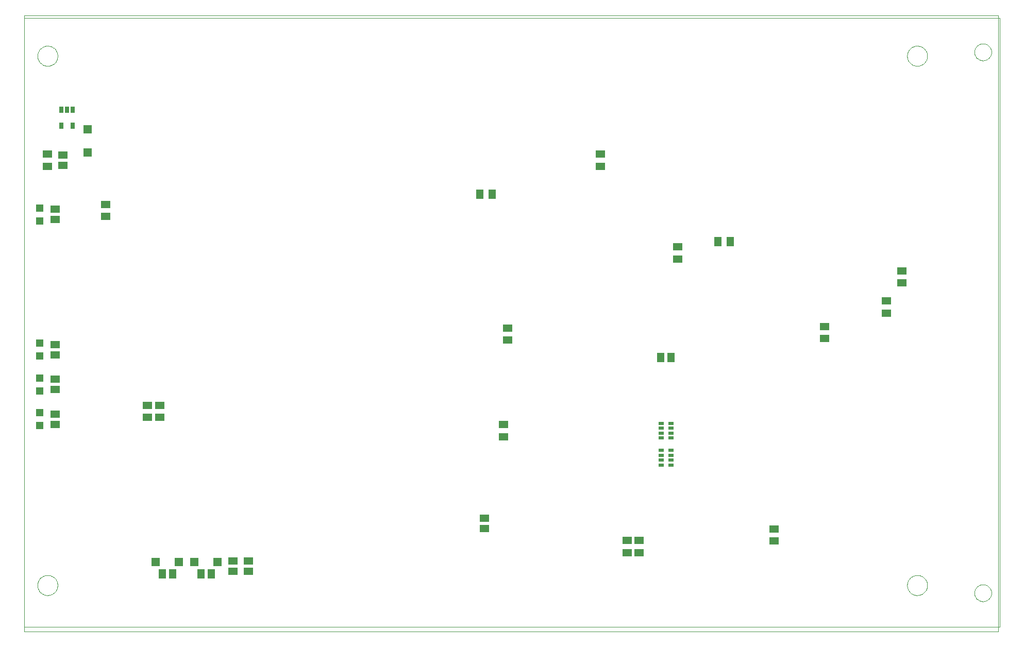
<source format=gbp>
G75*
G70*
%OFA0B0*%
%FSLAX24Y24*%
%IPPOS*%
%LPD*%
%AMOC8*
5,1,8,0,0,1.08239X$1,22.5*
%
%ADD10C,0.0000*%
%ADD11R,0.0591X0.0512*%
%ADD12R,0.0472X0.0472*%
%ADD13R,0.0630X0.0512*%
%ADD14R,0.0512X0.0630*%
%ADD15R,0.0512X0.0591*%
%ADD16R,0.0551X0.0551*%
%ADD17R,0.0272X0.0390*%
%ADD18R,0.0354X0.0197*%
D10*
X004848Y007120D02*
X004848Y046990D01*
X067840Y046990D01*
X067840Y007120D01*
X004848Y007120D01*
X004848Y007430D02*
X004848Y046810D01*
X067948Y046810D01*
X067948Y007430D01*
X004848Y007430D01*
X005698Y010120D02*
X005700Y010170D01*
X005706Y010220D01*
X005716Y010270D01*
X005729Y010318D01*
X005746Y010366D01*
X005767Y010412D01*
X005791Y010456D01*
X005819Y010498D01*
X005850Y010538D01*
X005884Y010575D01*
X005921Y010610D01*
X005960Y010641D01*
X006001Y010670D01*
X006045Y010695D01*
X006091Y010717D01*
X006138Y010735D01*
X006186Y010749D01*
X006235Y010760D01*
X006285Y010767D01*
X006335Y010770D01*
X006386Y010769D01*
X006436Y010764D01*
X006486Y010755D01*
X006534Y010743D01*
X006582Y010726D01*
X006628Y010706D01*
X006673Y010683D01*
X006716Y010656D01*
X006756Y010626D01*
X006794Y010593D01*
X006829Y010557D01*
X006862Y010518D01*
X006891Y010477D01*
X006917Y010434D01*
X006940Y010389D01*
X006959Y010342D01*
X006974Y010294D01*
X006986Y010245D01*
X006994Y010195D01*
X006998Y010145D01*
X006998Y010095D01*
X006994Y010045D01*
X006986Y009995D01*
X006974Y009946D01*
X006959Y009898D01*
X006940Y009851D01*
X006917Y009806D01*
X006891Y009763D01*
X006862Y009722D01*
X006829Y009683D01*
X006794Y009647D01*
X006756Y009614D01*
X006716Y009584D01*
X006673Y009557D01*
X006628Y009534D01*
X006582Y009514D01*
X006534Y009497D01*
X006486Y009485D01*
X006436Y009476D01*
X006386Y009471D01*
X006335Y009470D01*
X006285Y009473D01*
X006235Y009480D01*
X006186Y009491D01*
X006138Y009505D01*
X006091Y009523D01*
X006045Y009545D01*
X006001Y009570D01*
X005960Y009599D01*
X005921Y009630D01*
X005884Y009665D01*
X005850Y009702D01*
X005819Y009742D01*
X005791Y009784D01*
X005767Y009828D01*
X005746Y009874D01*
X005729Y009922D01*
X005716Y009970D01*
X005706Y010020D01*
X005700Y010070D01*
X005698Y010120D01*
X005698Y044370D02*
X005700Y044420D01*
X005706Y044470D01*
X005716Y044520D01*
X005729Y044568D01*
X005746Y044616D01*
X005767Y044662D01*
X005791Y044706D01*
X005819Y044748D01*
X005850Y044788D01*
X005884Y044825D01*
X005921Y044860D01*
X005960Y044891D01*
X006001Y044920D01*
X006045Y044945D01*
X006091Y044967D01*
X006138Y044985D01*
X006186Y044999D01*
X006235Y045010D01*
X006285Y045017D01*
X006335Y045020D01*
X006386Y045019D01*
X006436Y045014D01*
X006486Y045005D01*
X006534Y044993D01*
X006582Y044976D01*
X006628Y044956D01*
X006673Y044933D01*
X006716Y044906D01*
X006756Y044876D01*
X006794Y044843D01*
X006829Y044807D01*
X006862Y044768D01*
X006891Y044727D01*
X006917Y044684D01*
X006940Y044639D01*
X006959Y044592D01*
X006974Y044544D01*
X006986Y044495D01*
X006994Y044445D01*
X006998Y044395D01*
X006998Y044345D01*
X006994Y044295D01*
X006986Y044245D01*
X006974Y044196D01*
X006959Y044148D01*
X006940Y044101D01*
X006917Y044056D01*
X006891Y044013D01*
X006862Y043972D01*
X006829Y043933D01*
X006794Y043897D01*
X006756Y043864D01*
X006716Y043834D01*
X006673Y043807D01*
X006628Y043784D01*
X006582Y043764D01*
X006534Y043747D01*
X006486Y043735D01*
X006436Y043726D01*
X006386Y043721D01*
X006335Y043720D01*
X006285Y043723D01*
X006235Y043730D01*
X006186Y043741D01*
X006138Y043755D01*
X006091Y043773D01*
X006045Y043795D01*
X006001Y043820D01*
X005960Y043849D01*
X005921Y043880D01*
X005884Y043915D01*
X005850Y043952D01*
X005819Y043992D01*
X005791Y044034D01*
X005767Y044078D01*
X005746Y044124D01*
X005729Y044172D01*
X005716Y044220D01*
X005706Y044270D01*
X005700Y044320D01*
X005698Y044370D01*
X061948Y044370D02*
X061950Y044420D01*
X061956Y044470D01*
X061966Y044520D01*
X061979Y044568D01*
X061996Y044616D01*
X062017Y044662D01*
X062041Y044706D01*
X062069Y044748D01*
X062100Y044788D01*
X062134Y044825D01*
X062171Y044860D01*
X062210Y044891D01*
X062251Y044920D01*
X062295Y044945D01*
X062341Y044967D01*
X062388Y044985D01*
X062436Y044999D01*
X062485Y045010D01*
X062535Y045017D01*
X062585Y045020D01*
X062636Y045019D01*
X062686Y045014D01*
X062736Y045005D01*
X062784Y044993D01*
X062832Y044976D01*
X062878Y044956D01*
X062923Y044933D01*
X062966Y044906D01*
X063006Y044876D01*
X063044Y044843D01*
X063079Y044807D01*
X063112Y044768D01*
X063141Y044727D01*
X063167Y044684D01*
X063190Y044639D01*
X063209Y044592D01*
X063224Y044544D01*
X063236Y044495D01*
X063244Y044445D01*
X063248Y044395D01*
X063248Y044345D01*
X063244Y044295D01*
X063236Y044245D01*
X063224Y044196D01*
X063209Y044148D01*
X063190Y044101D01*
X063167Y044056D01*
X063141Y044013D01*
X063112Y043972D01*
X063079Y043933D01*
X063044Y043897D01*
X063006Y043864D01*
X062966Y043834D01*
X062923Y043807D01*
X062878Y043784D01*
X062832Y043764D01*
X062784Y043747D01*
X062736Y043735D01*
X062686Y043726D01*
X062636Y043721D01*
X062585Y043720D01*
X062535Y043723D01*
X062485Y043730D01*
X062436Y043741D01*
X062388Y043755D01*
X062341Y043773D01*
X062295Y043795D01*
X062251Y043820D01*
X062210Y043849D01*
X062171Y043880D01*
X062134Y043915D01*
X062100Y043952D01*
X062069Y043992D01*
X062041Y044034D01*
X062017Y044078D01*
X061996Y044124D01*
X061979Y044172D01*
X061966Y044220D01*
X061956Y044270D01*
X061950Y044320D01*
X061948Y044370D01*
X066298Y044620D02*
X066300Y044667D01*
X066306Y044713D01*
X066316Y044759D01*
X066329Y044803D01*
X066347Y044847D01*
X066368Y044888D01*
X066392Y044928D01*
X066420Y044966D01*
X066451Y045001D01*
X066485Y045033D01*
X066521Y045062D01*
X066560Y045088D01*
X066600Y045111D01*
X066643Y045130D01*
X066687Y045146D01*
X066732Y045158D01*
X066778Y045166D01*
X066825Y045170D01*
X066871Y045170D01*
X066918Y045166D01*
X066964Y045158D01*
X067009Y045146D01*
X067053Y045130D01*
X067096Y045111D01*
X067136Y045088D01*
X067175Y045062D01*
X067211Y045033D01*
X067245Y045001D01*
X067276Y044966D01*
X067304Y044928D01*
X067328Y044888D01*
X067349Y044847D01*
X067367Y044803D01*
X067380Y044759D01*
X067390Y044713D01*
X067396Y044667D01*
X067398Y044620D01*
X067396Y044573D01*
X067390Y044527D01*
X067380Y044481D01*
X067367Y044437D01*
X067349Y044393D01*
X067328Y044352D01*
X067304Y044312D01*
X067276Y044274D01*
X067245Y044239D01*
X067211Y044207D01*
X067175Y044178D01*
X067136Y044152D01*
X067096Y044129D01*
X067053Y044110D01*
X067009Y044094D01*
X066964Y044082D01*
X066918Y044074D01*
X066871Y044070D01*
X066825Y044070D01*
X066778Y044074D01*
X066732Y044082D01*
X066687Y044094D01*
X066643Y044110D01*
X066600Y044129D01*
X066560Y044152D01*
X066521Y044178D01*
X066485Y044207D01*
X066451Y044239D01*
X066420Y044274D01*
X066392Y044312D01*
X066368Y044352D01*
X066347Y044393D01*
X066329Y044437D01*
X066316Y044481D01*
X066306Y044527D01*
X066300Y044573D01*
X066298Y044620D01*
X061948Y010120D02*
X061950Y010170D01*
X061956Y010220D01*
X061966Y010270D01*
X061979Y010318D01*
X061996Y010366D01*
X062017Y010412D01*
X062041Y010456D01*
X062069Y010498D01*
X062100Y010538D01*
X062134Y010575D01*
X062171Y010610D01*
X062210Y010641D01*
X062251Y010670D01*
X062295Y010695D01*
X062341Y010717D01*
X062388Y010735D01*
X062436Y010749D01*
X062485Y010760D01*
X062535Y010767D01*
X062585Y010770D01*
X062636Y010769D01*
X062686Y010764D01*
X062736Y010755D01*
X062784Y010743D01*
X062832Y010726D01*
X062878Y010706D01*
X062923Y010683D01*
X062966Y010656D01*
X063006Y010626D01*
X063044Y010593D01*
X063079Y010557D01*
X063112Y010518D01*
X063141Y010477D01*
X063167Y010434D01*
X063190Y010389D01*
X063209Y010342D01*
X063224Y010294D01*
X063236Y010245D01*
X063244Y010195D01*
X063248Y010145D01*
X063248Y010095D01*
X063244Y010045D01*
X063236Y009995D01*
X063224Y009946D01*
X063209Y009898D01*
X063190Y009851D01*
X063167Y009806D01*
X063141Y009763D01*
X063112Y009722D01*
X063079Y009683D01*
X063044Y009647D01*
X063006Y009614D01*
X062966Y009584D01*
X062923Y009557D01*
X062878Y009534D01*
X062832Y009514D01*
X062784Y009497D01*
X062736Y009485D01*
X062686Y009476D01*
X062636Y009471D01*
X062585Y009470D01*
X062535Y009473D01*
X062485Y009480D01*
X062436Y009491D01*
X062388Y009505D01*
X062341Y009523D01*
X062295Y009545D01*
X062251Y009570D01*
X062210Y009599D01*
X062171Y009630D01*
X062134Y009665D01*
X062100Y009702D01*
X062069Y009742D01*
X062041Y009784D01*
X062017Y009828D01*
X061996Y009874D01*
X061979Y009922D01*
X061966Y009970D01*
X061956Y010020D01*
X061950Y010070D01*
X061948Y010120D01*
X066298Y009620D02*
X066300Y009667D01*
X066306Y009713D01*
X066316Y009759D01*
X066329Y009803D01*
X066347Y009847D01*
X066368Y009888D01*
X066392Y009928D01*
X066420Y009966D01*
X066451Y010001D01*
X066485Y010033D01*
X066521Y010062D01*
X066560Y010088D01*
X066600Y010111D01*
X066643Y010130D01*
X066687Y010146D01*
X066732Y010158D01*
X066778Y010166D01*
X066825Y010170D01*
X066871Y010170D01*
X066918Y010166D01*
X066964Y010158D01*
X067009Y010146D01*
X067053Y010130D01*
X067096Y010111D01*
X067136Y010088D01*
X067175Y010062D01*
X067211Y010033D01*
X067245Y010001D01*
X067276Y009966D01*
X067304Y009928D01*
X067328Y009888D01*
X067349Y009847D01*
X067367Y009803D01*
X067380Y009759D01*
X067390Y009713D01*
X067396Y009667D01*
X067398Y009620D01*
X067396Y009573D01*
X067390Y009527D01*
X067380Y009481D01*
X067367Y009437D01*
X067349Y009393D01*
X067328Y009352D01*
X067304Y009312D01*
X067276Y009274D01*
X067245Y009239D01*
X067211Y009207D01*
X067175Y009178D01*
X067136Y009152D01*
X067096Y009129D01*
X067053Y009110D01*
X067009Y009094D01*
X066964Y009082D01*
X066918Y009074D01*
X066871Y009070D01*
X066825Y009070D01*
X066778Y009074D01*
X066732Y009082D01*
X066687Y009094D01*
X066643Y009110D01*
X066600Y009129D01*
X066560Y009152D01*
X066521Y009178D01*
X066485Y009207D01*
X066451Y009239D01*
X066420Y009274D01*
X066392Y009312D01*
X066368Y009352D01*
X066347Y009393D01*
X066329Y009437D01*
X066316Y009481D01*
X066306Y009527D01*
X066300Y009573D01*
X066298Y009620D01*
D11*
X034598Y013785D03*
X034598Y014454D03*
X019348Y011704D03*
X019348Y011035D03*
X018348Y011035D03*
X018348Y011704D03*
X006848Y020535D03*
X006848Y021204D03*
X006848Y022785D03*
X006848Y023454D03*
X006848Y025035D03*
X006848Y025704D03*
X012798Y021744D03*
X013598Y021744D03*
X013598Y020996D03*
X012798Y020996D03*
X006848Y033785D03*
X006848Y034454D03*
X007348Y037285D03*
X007348Y037954D03*
D12*
X005848Y034533D03*
X005848Y033706D03*
X005848Y025783D03*
X005848Y024956D03*
X005848Y023533D03*
X005848Y022706D03*
X005848Y021283D03*
X005848Y020456D03*
D13*
X010098Y033976D03*
X010098Y034763D03*
X006348Y037226D03*
X006348Y038013D03*
X036098Y026763D03*
X036098Y025976D03*
X035848Y020513D03*
X035848Y019726D03*
X043848Y013013D03*
X044598Y013013D03*
X044598Y012226D03*
X043848Y012226D03*
X053348Y012976D03*
X053348Y013763D03*
X056598Y026076D03*
X056598Y026863D03*
X060598Y027726D03*
X060598Y028513D03*
X061598Y029676D03*
X061598Y030463D03*
X047098Y031226D03*
X047098Y032013D03*
X042098Y037226D03*
X042098Y038013D03*
D14*
X035092Y035420D03*
X034304Y035420D03*
X049704Y032370D03*
X050492Y032370D03*
D15*
X046683Y024870D03*
X046013Y024870D03*
X016933Y010870D03*
X016263Y010870D03*
X014433Y010870D03*
X013763Y010870D03*
D16*
X013350Y011620D03*
X014846Y011620D03*
X015850Y011620D03*
X017346Y011620D03*
X008948Y038121D03*
X008948Y039618D03*
D17*
X007972Y039858D03*
X007224Y039858D03*
X007224Y040877D03*
X007598Y040877D03*
X007972Y040877D03*
D18*
X046033Y020592D03*
X046033Y020277D03*
X046033Y019962D03*
X046033Y019647D03*
X046663Y019647D03*
X046663Y019962D03*
X046663Y020277D03*
X046663Y020592D03*
X046663Y018842D03*
X046663Y018527D03*
X046663Y018212D03*
X046663Y017897D03*
X046033Y017897D03*
X046033Y018212D03*
X046033Y018527D03*
X046033Y018842D03*
M02*

</source>
